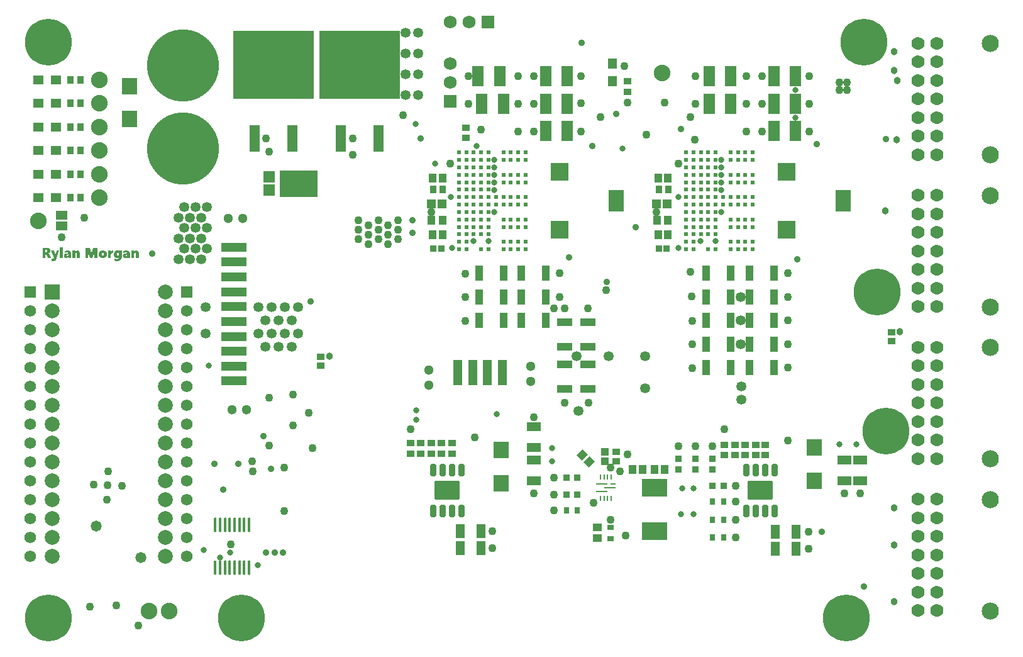
<source format=gbr>
%TF.GenerationSoftware,Altium Limited,Altium Designer,23.6.0 (18)*%
G04 Layer_Color=8388736*
%FSLAX45Y45*%
%MOMM*%
%TF.SameCoordinates,DACBD49B-6CD5-42DE-81B8-5418E1F3F2F4*%
%TF.FilePolarity,Negative*%
%TF.FileFunction,Soldermask,Top*%
%TF.Part,Single*%
G01*
G75*
%TA.AperFunction,SMDPad,CuDef*%
%ADD10R,2.40000X2.40000*%
%ADD11R,2.00000X2.90000*%
G04:AMPARAMS|DCode=13|XSize=1.95543mm|YSize=0.42077mm|CornerRadius=0.21038mm|HoleSize=0mm|Usage=FLASHONLY|Rotation=90.000|XOffset=0mm|YOffset=0mm|HoleType=Round|Shape=RoundedRectangle|*
%AMROUNDEDRECTD13*
21,1,1.95543,0.00000,0,0,90.0*
21,1,1.53467,0.42077,0,0,90.0*
1,1,0.42077,0.00000,0.76733*
1,1,0.42077,0.00000,-0.76733*
1,1,0.42077,0.00000,-0.76733*
1,1,0.42077,0.00000,0.76733*
%
%ADD13ROUNDEDRECTD13*%
%ADD14R,0.42077X1.95543*%
%ADD19R,0.91213X0.95814*%
%ADD22R,3.42900X2.41300*%
%ADD25R,0.25000X0.70000*%
%ADD26R,0.70000X0.25000*%
%ADD27R,1.50000X0.25000*%
%ADD28R,0.95814X0.91213*%
%ADD29R,0.80000X0.90000*%
%ADD31R,0.90000X0.80000*%
%ADD35R,1.25000X3.50000*%
%ADD37R,0.93108X0.81213*%
%ADD41R,1.50273X2.80415*%
%ADD42R,2.05000X1.10000*%
%ADD43R,1.10000X2.05000*%
%TA.AperFunction,BGAPad,CuDef*%
%ADD44R,0.55000X0.55000*%
%TA.AperFunction,SMDPad,CuDef*%
%ADD46R,3.50000X1.25000*%
%TA.AperFunction,ComponentPad*%
%ADD65C,1.30000*%
%TA.AperFunction,SMDPad,CuDef*%
%ADD122R,1.05320X0.95320*%
%ADD123R,1.10320X0.90320*%
%ADD124C,0.91440*%
G04:AMPARAMS|DCode=125|XSize=0.8032mm|YSize=1.6532mm|CornerRadius=0.1526mm|HoleSize=0mm|Usage=FLASHONLY|Rotation=0.000|XOffset=0mm|YOffset=0mm|HoleType=Round|Shape=RoundedRectangle|*
%AMROUNDEDRECTD125*
21,1,0.80320,1.34800,0,0,0.0*
21,1,0.49800,1.65320,0,0,0.0*
1,1,0.30520,0.24900,-0.67400*
1,1,0.30520,-0.24900,-0.67400*
1,1,0.30520,-0.24900,0.67400*
1,1,0.30520,0.24900,0.67400*
%
%ADD125ROUNDEDRECTD125*%
G04:AMPARAMS|DCode=126|XSize=2.6032mm|YSize=3.3032mm|CornerRadius=0.1496mm|HoleSize=0mm|Usage=FLASHONLY|Rotation=270.000|XOffset=0mm|YOffset=0mm|HoleType=Round|Shape=RoundedRectangle|*
%AMROUNDEDRECTD126*
21,1,2.60320,3.00400,0,0,270.0*
21,1,2.30400,3.30320,0,0,270.0*
1,1,0.29920,-1.50200,-1.15200*
1,1,0.29920,-1.50200,1.15200*
1,1,0.29920,1.50200,1.15200*
1,1,0.29920,1.50200,-1.15200*
%
%ADD126ROUNDEDRECTD126*%
%ADD127R,1.10320X1.20320*%
%ADD128R,1.00320X1.15320*%
%ADD129R,1.10320X1.00320*%
G04:AMPARAMS|DCode=130|XSize=1.1532mm|YSize=1.0032mm|CornerRadius=0mm|HoleSize=0mm|Usage=FLASHONLY|Rotation=45.000|XOffset=0mm|YOffset=0mm|HoleType=Round|Shape=Rectangle|*
%AMROTATEDRECTD130*
4,1,4,-0.05303,-0.76240,-0.76240,-0.05303,0.05303,0.76240,0.76240,0.05303,-0.05303,-0.76240,0.0*
%
%ADD130ROTATEDRECTD130*%

%ADD131R,1.25320X1.10320*%
%ADD132R,1.90320X1.15320*%
%ADD133R,2.00320X2.20320*%
%ADD134R,1.15320X1.90320*%
%ADD135R,1.30320X1.45320*%
%ADD136R,1.00320X1.20320*%
%ADD137R,1.15320X1.25320*%
%ADD138R,0.95320X1.05320*%
%ADD139R,1.45320X1.30320*%
%ADD140R,1.46020X3.63220*%
%ADD141R,10.87120X9.22020*%
%ADD142R,1.60320X1.30320*%
%TA.AperFunction,TestPad*%
%ADD143R,1.60320X1.59320*%
%TA.AperFunction,SMDPad,CuDef*%
%ADD144R,0.90320X1.10320*%
%ADD145R,1.60320X1.59320*%
%ADD146R,5.06320X3.56320*%
%ADD147R,2.00320X2.30320*%
%TA.AperFunction,ComponentPad*%
%ADD148C,1.75320*%
%ADD149R,1.75320X1.75320*%
%ADD150R,1.75320X1.75320*%
%ADD151C,2.00320*%
%ADD152R,2.00320X2.00320*%
%ADD153C,6.30320*%
%ADD154C,2.30320*%
%ADD155C,1.76320*%
%ADD156R,1.57320X1.57320*%
%ADD157C,1.57320*%
%ADD158C,9.70320*%
%ADD159C,2.23520*%
%TA.AperFunction,TestPad*%
%ADD160C,2.23520*%
%TA.AperFunction,ViaPad*%
%ADD161C,0.96520*%
%ADD162C,1.09220*%
%ADD163C,0.83820*%
%ADD164C,1.34620*%
%ADD165C,1.47320*%
G36*
X8048220Y10721326D02*
X8048924D01*
X8049745Y10721208D01*
X8051740Y10720856D01*
X8054087Y10720270D01*
X8056786Y10719331D01*
X8059602Y10718157D01*
X8062536Y10716515D01*
X8063944Y10715576D01*
X8065352Y10714402D01*
X8066878Y10713111D01*
X8068286Y10711821D01*
X8069577Y10710295D01*
X8070868Y10708652D01*
X8072159Y10706775D01*
X8073215Y10704780D01*
X8074271Y10702550D01*
X8075210Y10700203D01*
X8076148Y10697739D01*
X8076853Y10694922D01*
X8077322Y10691989D01*
X8077791Y10688820D01*
X8078026Y10685535D01*
X8078143Y10681897D01*
Y10623810D01*
X8038480D01*
Y10675677D01*
Y10675795D01*
Y10676029D01*
Y10676499D01*
Y10677086D01*
X8038362Y10677907D01*
Y10678728D01*
X8038128Y10680606D01*
X8037776Y10682718D01*
X8037306Y10684831D01*
X8036720Y10686825D01*
X8036250Y10687647D01*
X8035781Y10688468D01*
X8035663Y10688586D01*
X8035311Y10689055D01*
X8034607Y10689642D01*
X8033668Y10690463D01*
X8032495Y10691167D01*
X8031087Y10691754D01*
X8029327Y10692223D01*
X8027214Y10692341D01*
X8026980D01*
X8026393Y10692223D01*
X8025454Y10692106D01*
X8024281Y10691871D01*
X8022990Y10691285D01*
X8021699Y10690581D01*
X8020408Y10689642D01*
X8019235Y10688234D01*
X8019117Y10687999D01*
X8018765Y10687530D01*
X8018296Y10686591D01*
X8017826Y10685417D01*
X8017357Y10684009D01*
X8016888Y10682249D01*
X8016536Y10680254D01*
X8016418Y10678024D01*
Y10623810D01*
X7976755D01*
Y10719096D01*
X8016418D01*
Y10704193D01*
X8016770D01*
Y10704310D01*
X8017005Y10704545D01*
X8017240Y10705014D01*
X8017592Y10705484D01*
X8018061Y10706188D01*
X8018648Y10707009D01*
X8020173Y10708770D01*
X8021934Y10710882D01*
X8024046Y10712994D01*
X8026628Y10714989D01*
X8029444Y10716867D01*
X8029561D01*
X8029796Y10717101D01*
X8030265Y10717336D01*
X8030852Y10717571D01*
X8031556Y10717923D01*
X8032495Y10718275D01*
X8033434Y10718744D01*
X8034607Y10719214D01*
X8037189Y10720035D01*
X8040123Y10720739D01*
X8043408Y10721208D01*
X8046811Y10721443D01*
X8047633D01*
X8048220Y10721326D01*
D02*
G37*
G36*
X7254712D02*
X7255417D01*
X7256238Y10721208D01*
X7258233Y10720856D01*
X7260580Y10720270D01*
X7263279Y10719331D01*
X7266095Y10718157D01*
X7269029Y10716515D01*
X7270437Y10715576D01*
X7271845Y10714402D01*
X7273371Y10713111D01*
X7274779Y10711821D01*
X7276070Y10710295D01*
X7277361Y10708652D01*
X7278651Y10706775D01*
X7279708Y10704780D01*
X7280764Y10702550D01*
X7281702Y10700203D01*
X7282641Y10697739D01*
X7283345Y10694922D01*
X7283815Y10691989D01*
X7284284Y10688820D01*
X7284519Y10685535D01*
X7284636Y10681897D01*
Y10623810D01*
X7244973D01*
Y10675677D01*
Y10675795D01*
Y10676029D01*
Y10676499D01*
Y10677086D01*
X7244855Y10677907D01*
Y10678728D01*
X7244621Y10680606D01*
X7244268Y10682718D01*
X7243799Y10684831D01*
X7243212Y10686825D01*
X7242743Y10687647D01*
X7242274Y10688468D01*
X7242156Y10688586D01*
X7241804Y10689055D01*
X7241100Y10689642D01*
X7240161Y10690463D01*
X7238988Y10691167D01*
X7237580Y10691754D01*
X7235819Y10692223D01*
X7233707Y10692341D01*
X7233472D01*
X7232886Y10692223D01*
X7231947Y10692106D01*
X7230773Y10691871D01*
X7229483Y10691285D01*
X7228192Y10690581D01*
X7226901Y10689642D01*
X7225727Y10688234D01*
X7225610Y10687999D01*
X7225258Y10687530D01*
X7224789Y10686591D01*
X7224319Y10685417D01*
X7223850Y10684009D01*
X7223381Y10682249D01*
X7223028Y10680254D01*
X7222911Y10678024D01*
Y10623810D01*
X7183248D01*
Y10719096D01*
X7222911D01*
Y10704193D01*
X7223263D01*
Y10704310D01*
X7223498Y10704545D01*
X7223733Y10705014D01*
X7224085Y10705484D01*
X7224554Y10706188D01*
X7225141Y10707009D01*
X7226666Y10708770D01*
X7228426Y10710882D01*
X7230539Y10712994D01*
X7233120Y10714989D01*
X7235937Y10716867D01*
X7236054D01*
X7236289Y10717101D01*
X7236758Y10717336D01*
X7237345Y10717571D01*
X7238049Y10717923D01*
X7238988Y10718275D01*
X7239927Y10718744D01*
X7241100Y10719214D01*
X7243682Y10720035D01*
X7246615Y10720739D01*
X7249901Y10721208D01*
X7253304Y10721443D01*
X7254126D01*
X7254712Y10721326D01*
D02*
G37*
G36*
X7732319Y10720622D02*
X7734196Y10720270D01*
X7736074Y10719566D01*
Y10685183D01*
X7735957D01*
X7735605Y10685300D01*
X7735135Y10685535D01*
X7734431Y10685769D01*
X7733492Y10686004D01*
X7732436Y10686356D01*
X7731263Y10686591D01*
X7729854Y10686943D01*
X7729737D01*
X7729268Y10687060D01*
X7728564Y10687295D01*
X7727625Y10687412D01*
X7725630Y10687764D01*
X7724574Y10687882D01*
X7722814D01*
X7721875Y10687764D01*
X7720584Y10687530D01*
X7719058Y10687178D01*
X7717416Y10686708D01*
X7715655Y10686004D01*
X7713895Y10685065D01*
X7712018Y10683892D01*
X7710257Y10682366D01*
X7708615Y10680489D01*
X7707089Y10678259D01*
X7705798Y10675677D01*
X7704859Y10672626D01*
X7704507Y10670983D01*
X7704273Y10669106D01*
X7704155Y10667228D01*
X7704038Y10665116D01*
Y10623810D01*
X7664374D01*
Y10719096D01*
X7704038D01*
Y10702315D01*
X7704390D01*
Y10702433D01*
X7704507Y10702667D01*
X7704742Y10703137D01*
X7705094Y10703841D01*
X7705446Y10704545D01*
X7705915Y10705366D01*
X7707089Y10707361D01*
X7708497Y10709591D01*
X7710257Y10711821D01*
X7712370Y10714050D01*
X7714717Y10715928D01*
X7714834D01*
X7715069Y10716162D01*
X7715421Y10716397D01*
X7715890Y10716632D01*
X7716594Y10717101D01*
X7717298Y10717453D01*
X7718237Y10717923D01*
X7719176Y10718392D01*
X7721523Y10719214D01*
X7724104Y10720035D01*
X7727038Y10720504D01*
X7730324Y10720739D01*
X7731497D01*
X7732319Y10720622D01*
D02*
G37*
G36*
X7520975Y10623810D02*
X7481311D01*
Y10696917D01*
Y10697035D01*
Y10697387D01*
Y10697974D01*
Y10698678D01*
Y10699734D01*
Y10700790D01*
Y10702198D01*
X7481429Y10703606D01*
Y10705249D01*
Y10707009D01*
X7481546Y10708887D01*
Y10710882D01*
X7481663Y10715106D01*
X7481898Y10719566D01*
X7482133Y10725785D01*
X7481077D01*
Y10725668D01*
X7480959Y10725081D01*
X7480842Y10724259D01*
X7480607Y10723203D01*
X7480373Y10721913D01*
X7480021Y10720504D01*
X7479786Y10718861D01*
X7479434Y10717219D01*
X7478730Y10713581D01*
X7477908Y10709943D01*
X7477556Y10708300D01*
X7477204Y10706657D01*
X7476852Y10705249D01*
X7476500Y10703958D01*
X7456903Y10623810D01*
X7419117D01*
X7398581Y10703019D01*
Y10703137D01*
X7398464Y10703372D01*
X7398346Y10703841D01*
X7398229Y10704310D01*
X7398112Y10705014D01*
X7397994Y10705836D01*
X7397760Y10707009D01*
X7397525Y10708300D01*
X7397173Y10709826D01*
X7396821Y10711703D01*
X7396351Y10713816D01*
X7395999Y10716280D01*
X7395413Y10719096D01*
X7394826Y10722265D01*
X7394239Y10725785D01*
X7393066D01*
Y10725668D01*
Y10725433D01*
Y10724964D01*
X7393183Y10724377D01*
Y10723673D01*
Y10722851D01*
X7393300Y10721913D01*
Y10720739D01*
X7393418Y10718275D01*
X7393535Y10715458D01*
X7393652Y10712407D01*
X7393770Y10709122D01*
X7394005Y10702433D01*
X7394122Y10699147D01*
X7394239Y10695979D01*
X7394357Y10693162D01*
X7394474Y10690581D01*
Y10689407D01*
Y10688351D01*
Y10687412D01*
Y10686591D01*
Y10623810D01*
X7359152D01*
Y10757234D01*
X7419352D01*
X7437658Y10684713D01*
Y10684596D01*
X7437775Y10684244D01*
X7437893Y10683657D01*
X7438127Y10682718D01*
X7438362Y10681545D01*
X7438597Y10679902D01*
X7438949Y10677907D01*
X7439301Y10675560D01*
Y10675443D01*
Y10675208D01*
X7439418Y10674856D01*
X7439536Y10674387D01*
X7439653Y10673213D01*
X7439888Y10671688D01*
X7440122Y10670045D01*
X7440357Y10668284D01*
X7440592Y10666642D01*
X7440709Y10665116D01*
X7441296D01*
Y10665233D01*
Y10665468D01*
X7441413Y10665938D01*
X7441530Y10666642D01*
Y10667463D01*
X7441765Y10668402D01*
X7441882Y10669575D01*
X7442000Y10670749D01*
X7442235Y10672157D01*
X7442469Y10673682D01*
X7442704Y10675325D01*
X7443056Y10677086D01*
X7443643Y10680958D01*
X7444464Y10685065D01*
X7461597Y10757234D01*
X7520975D01*
Y10623810D01*
D02*
G37*
G36*
X6974837Y10621228D02*
Y10621111D01*
X6974720Y10620993D01*
X6974603Y10620641D01*
X6974485Y10620289D01*
X6974016Y10619116D01*
X6973429Y10617590D01*
X6972608Y10615713D01*
X6971669Y10613600D01*
X6970613Y10611253D01*
X6969439Y10608789D01*
X6968031Y10606090D01*
X6966506Y10603508D01*
X6964863Y10600809D01*
X6963103Y10598110D01*
X6961342Y10595529D01*
X6959348Y10593182D01*
X6957235Y10590952D01*
X6955123Y10588957D01*
X6955006Y10588840D01*
X6954536Y10588488D01*
X6953950Y10588018D01*
X6953011Y10587432D01*
X6951955Y10586728D01*
X6950546Y10585789D01*
X6949021Y10584967D01*
X6947261Y10584029D01*
X6945266Y10583090D01*
X6943036Y10582268D01*
X6940689Y10581447D01*
X6938225Y10580626D01*
X6935526Y10580039D01*
X6932710Y10579569D01*
X6929658Y10579217D01*
X6926607Y10579100D01*
X6925669D01*
X6924495Y10579217D01*
X6923087D01*
X6921209Y10579335D01*
X6919215Y10579569D01*
X6916985Y10579804D01*
X6914638Y10580156D01*
X6914403D01*
X6914051Y10580273D01*
X6913582Y10580391D01*
X6912291Y10580508D01*
X6910765Y10580860D01*
X6909005Y10581212D01*
X6907128Y10581799D01*
X6905133Y10582268D01*
X6903255Y10582972D01*
Y10612779D01*
X6903373Y10612662D01*
X6903725Y10612544D01*
X6904194Y10612192D01*
X6904898Y10611723D01*
X6905954Y10611253D01*
X6907128Y10610784D01*
X6908418Y10610197D01*
X6910061Y10609610D01*
X6910296Y10609493D01*
X6910883Y10609376D01*
X6911704Y10609141D01*
X6912878Y10608906D01*
X6914286Y10608554D01*
X6915694Y10608320D01*
X6917220Y10608202D01*
X6918745Y10608085D01*
X6919215D01*
X6919801Y10608202D01*
X6920505D01*
X6921444Y10608320D01*
X6922500Y10608554D01*
X6924730Y10609141D01*
X6926021Y10609610D01*
X6927194Y10610197D01*
X6928485Y10610901D01*
X6929658Y10611840D01*
X6930715Y10612779D01*
X6931771Y10613952D01*
X6932710Y10615361D01*
X6933414Y10616886D01*
X6936582Y10624162D01*
X6896801Y10719096D01*
X6940572D01*
X6952072Y10673096D01*
Y10672978D01*
X6952189Y10672509D01*
X6952424Y10671922D01*
X6952659Y10670983D01*
X6952893Y10670045D01*
X6953128Y10668871D01*
X6953832Y10666172D01*
X6954419Y10663239D01*
X6955006Y10660422D01*
X6955240Y10659131D01*
X6955475Y10657841D01*
X6955592Y10656784D01*
X6955710Y10655846D01*
X6956062D01*
Y10655963D01*
X6956179Y10656198D01*
Y10656667D01*
X6956296Y10657136D01*
X6956531Y10658545D01*
X6956883Y10660305D01*
Y10660540D01*
X6957001Y10660892D01*
X6957235Y10661596D01*
X6957470Y10662652D01*
X6957587Y10663239D01*
X6957822Y10664060D01*
X6957939Y10664999D01*
X6958291Y10666055D01*
X6958526Y10667228D01*
X6958878Y10668637D01*
X6959230Y10670162D01*
X6959700Y10671805D01*
X6960052Y10673682D01*
X6960638Y10675795D01*
X6961225Y10678024D01*
X6961812Y10680606D01*
X6962399Y10683305D01*
X6963220Y10686239D01*
X6963924Y10689407D01*
X6964746Y10692810D01*
X6965684Y10696448D01*
X6966740Y10700438D01*
X6967797Y10704662D01*
X6968853Y10709122D01*
X6970026Y10713933D01*
X6971317Y10719096D01*
X7009925D01*
X6974837Y10621228D01*
D02*
G37*
G36*
X7915030Y10721326D02*
X7916673D01*
X7918667Y10721091D01*
X7920897Y10720856D01*
X7923479Y10720622D01*
X7926178Y10720152D01*
X7928994Y10719566D01*
X7931928Y10718861D01*
X7934744Y10718040D01*
X7937678Y10716984D01*
X7940494Y10715810D01*
X7943076Y10714402D01*
X7945540Y10712877D01*
X7947770Y10710999D01*
X7947887Y10710882D01*
X7948239Y10710530D01*
X7948826Y10709943D01*
X7949530Y10709004D01*
X7950351Y10707831D01*
X7951290Y10706423D01*
X7952229Y10704780D01*
X7953285Y10702785D01*
X7954341Y10700555D01*
X7955280Y10697974D01*
X7956219Y10695157D01*
X7957040Y10691989D01*
X7957744Y10688586D01*
X7958331Y10684831D01*
X7958683Y10680723D01*
X7958800Y10676381D01*
Y10623810D01*
X7922657D01*
Y10638361D01*
X7922188D01*
X7922071Y10638126D01*
X7921718Y10637657D01*
X7921249Y10636835D01*
X7920428Y10635779D01*
X7919372Y10634488D01*
X7918198Y10632963D01*
X7916790Y10631437D01*
X7915030Y10629912D01*
X7913152Y10628386D01*
X7911040Y10626861D01*
X7908575Y10625335D01*
X7905994Y10624162D01*
X7903177Y10622988D01*
X7900126Y10622167D01*
X7896723Y10621697D01*
X7893203Y10621463D01*
X7891912D01*
X7890973Y10621580D01*
X7889800Y10621697D01*
X7888509Y10621932D01*
X7887101Y10622167D01*
X7885458Y10622519D01*
X7882172Y10623458D01*
X7880412Y10624044D01*
X7878652Y10624866D01*
X7876892Y10625805D01*
X7875131Y10626861D01*
X7873606Y10628034D01*
X7872080Y10629442D01*
X7871963Y10629560D01*
X7871728Y10629794D01*
X7871376Y10630264D01*
X7870907Y10630850D01*
X7870320Y10631672D01*
X7869733Y10632728D01*
X7869029Y10633784D01*
X7868325Y10635075D01*
X7867621Y10636601D01*
X7866917Y10638126D01*
X7866330Y10639886D01*
X7865743Y10641881D01*
X7865274Y10643876D01*
X7864922Y10645988D01*
X7864687Y10648335D01*
X7864570Y10650800D01*
Y10650917D01*
Y10651152D01*
Y10651504D01*
X7864687Y10651973D01*
Y10652677D01*
X7864805Y10653381D01*
X7865157Y10655259D01*
X7865626Y10657488D01*
X7866330Y10659953D01*
X7867504Y10662534D01*
X7868912Y10665351D01*
X7870672Y10668284D01*
X7871728Y10669693D01*
X7873019Y10671101D01*
X7874310Y10672392D01*
X7875718Y10673800D01*
X7877361Y10675091D01*
X7879121Y10676381D01*
X7880999Y10677555D01*
X7882994Y10678611D01*
X7885223Y10679667D01*
X7887570Y10680606D01*
X7890152Y10681427D01*
X7892851Y10682249D01*
X7895785Y10682836D01*
X7898953Y10683305D01*
X7922657Y10686473D01*
Y10686708D01*
X7922540Y10687295D01*
X7922423Y10688116D01*
X7922188Y10689172D01*
X7921601Y10690346D01*
X7920897Y10691637D01*
X7919841Y10692928D01*
X7918433Y10694101D01*
X7918198Y10694218D01*
X7917611Y10694570D01*
X7916673Y10695040D01*
X7915499Y10695627D01*
X7913856Y10696213D01*
X7911861Y10696683D01*
X7909632Y10697035D01*
X7907167Y10697152D01*
X7905524D01*
X7904351Y10697035D01*
X7902943Y10696917D01*
X7901183Y10696683D01*
X7899188Y10696331D01*
X7896958Y10695979D01*
X7894494Y10695509D01*
X7891912Y10694922D01*
X7889213Y10694218D01*
X7886279Y10693280D01*
X7883228Y10692223D01*
X7880060Y10691050D01*
X7876774Y10689642D01*
X7873488Y10687999D01*
Y10713698D01*
X7873606D01*
X7873840Y10713816D01*
X7874310Y10714050D01*
X7874897Y10714285D01*
X7875601Y10714520D01*
X7876539Y10714872D01*
X7877596Y10715224D01*
X7878769Y10715693D01*
X7880060Y10716045D01*
X7881585Y10716515D01*
X7883111Y10716984D01*
X7884871Y10717453D01*
X7888626Y10718392D01*
X7892734Y10719214D01*
X7892851D01*
X7893203Y10719331D01*
X7893907Y10719448D01*
X7894728Y10719566D01*
X7895667Y10719683D01*
X7896841Y10719918D01*
X7898132Y10720152D01*
X7899540Y10720387D01*
X7902708Y10720739D01*
X7906111Y10721091D01*
X7909397Y10721326D01*
X7912683Y10721443D01*
X7913739D01*
X7915030Y10721326D01*
D02*
G37*
G36*
X7121522D02*
X7123165D01*
X7125160Y10721091D01*
X7127390Y10720856D01*
X7129972Y10720622D01*
X7132671Y10720152D01*
X7135487Y10719566D01*
X7138421Y10718861D01*
X7141237Y10718040D01*
X7144171Y10716984D01*
X7146987Y10715810D01*
X7149569Y10714402D01*
X7152033Y10712877D01*
X7154263Y10710999D01*
X7154380Y10710882D01*
X7154732Y10710530D01*
X7155319Y10709943D01*
X7156023Y10709004D01*
X7156844Y10707831D01*
X7157783Y10706423D01*
X7158722Y10704780D01*
X7159778Y10702785D01*
X7160834Y10700555D01*
X7161773Y10697974D01*
X7162712Y10695157D01*
X7163533Y10691989D01*
X7164237Y10688586D01*
X7164824Y10684831D01*
X7165176Y10680723D01*
X7165293Y10676381D01*
Y10623810D01*
X7129150D01*
Y10638361D01*
X7128681D01*
X7128563Y10638126D01*
X7128211Y10637657D01*
X7127742Y10636835D01*
X7126920Y10635779D01*
X7125864Y10634488D01*
X7124691Y10632963D01*
X7123283Y10631437D01*
X7121522Y10629912D01*
X7119645Y10628386D01*
X7117533Y10626861D01*
X7115068Y10625335D01*
X7112487Y10624162D01*
X7109670Y10622988D01*
X7106619Y10622167D01*
X7103216Y10621697D01*
X7099696Y10621463D01*
X7098405D01*
X7097466Y10621580D01*
X7096293Y10621697D01*
X7095002Y10621932D01*
X7093594Y10622167D01*
X7091951Y10622519D01*
X7088665Y10623458D01*
X7086905Y10624044D01*
X7085145Y10624866D01*
X7083384Y10625805D01*
X7081624Y10626861D01*
X7080099Y10628034D01*
X7078573Y10629442D01*
X7078456Y10629560D01*
X7078221Y10629794D01*
X7077869Y10630264D01*
X7077400Y10630850D01*
X7076813Y10631672D01*
X7076226Y10632728D01*
X7075522Y10633784D01*
X7074818Y10635075D01*
X7074114Y10636601D01*
X7073410Y10638126D01*
X7072823Y10639886D01*
X7072236Y10641881D01*
X7071767Y10643876D01*
X7071415Y10645988D01*
X7071180Y10648335D01*
X7071063Y10650800D01*
Y10650917D01*
Y10651152D01*
Y10651504D01*
X7071180Y10651973D01*
Y10652677D01*
X7071298Y10653381D01*
X7071650Y10655259D01*
X7072119Y10657488D01*
X7072823Y10659953D01*
X7073997Y10662534D01*
X7075405Y10665351D01*
X7077165Y10668284D01*
X7078221Y10669693D01*
X7079512Y10671101D01*
X7080803Y10672392D01*
X7082211Y10673800D01*
X7083854Y10675091D01*
X7085614Y10676381D01*
X7087492Y10677555D01*
X7089486Y10678611D01*
X7091716Y10679667D01*
X7094063Y10680606D01*
X7096645Y10681427D01*
X7099344Y10682249D01*
X7102277Y10682836D01*
X7105446Y10683305D01*
X7129150Y10686473D01*
Y10686708D01*
X7129033Y10687295D01*
X7128915Y10688116D01*
X7128681Y10689172D01*
X7128094Y10690346D01*
X7127390Y10691637D01*
X7126334Y10692928D01*
X7124926Y10694101D01*
X7124691Y10694218D01*
X7124104Y10694570D01*
X7123165Y10695040D01*
X7121992Y10695627D01*
X7120349Y10696213D01*
X7118354Y10696683D01*
X7116124Y10697035D01*
X7113660Y10697152D01*
X7112017D01*
X7110844Y10697035D01*
X7109436Y10696917D01*
X7107675Y10696683D01*
X7105680Y10696331D01*
X7103451Y10695979D01*
X7100987Y10695509D01*
X7098405Y10694922D01*
X7095706Y10694218D01*
X7092772Y10693280D01*
X7089721Y10692223D01*
X7086553Y10691050D01*
X7083267Y10689642D01*
X7079981Y10687999D01*
Y10713698D01*
X7080099D01*
X7080333Y10713816D01*
X7080803Y10714050D01*
X7081389Y10714285D01*
X7082094Y10714520D01*
X7083032Y10714872D01*
X7084088Y10715224D01*
X7085262Y10715693D01*
X7086553Y10716045D01*
X7088078Y10716515D01*
X7089604Y10716984D01*
X7091364Y10717453D01*
X7095119Y10718392D01*
X7099226Y10719214D01*
X7099344D01*
X7099696Y10719331D01*
X7100400Y10719448D01*
X7101221Y10719566D01*
X7102160Y10719683D01*
X7103334Y10719918D01*
X7104624Y10720152D01*
X7106033Y10720387D01*
X7109201Y10720739D01*
X7112604Y10721091D01*
X7115890Y10721326D01*
X7119175Y10721443D01*
X7120232D01*
X7121522Y10721326D01*
D02*
G37*
G36*
X7057333Y10623810D02*
X7017669D01*
Y10764862D01*
X7057333D01*
Y10623810D01*
D02*
G37*
G36*
X6838714Y10757117D02*
X6839653D01*
X6842000Y10757000D01*
X6844699Y10756765D01*
X6847632Y10756413D01*
X6850801Y10756061D01*
X6854086Y10755591D01*
X6857489Y10755005D01*
X6861010Y10754183D01*
X6864413Y10753362D01*
X6867699Y10752306D01*
X6870867Y10751015D01*
X6873801Y10749607D01*
X6876500Y10747964D01*
X6876617Y10747846D01*
X6877087Y10747494D01*
X6877791Y10747025D01*
X6878612Y10746204D01*
X6879551Y10745265D01*
X6880724Y10744091D01*
X6881898Y10742683D01*
X6883189Y10741158D01*
X6884479Y10739280D01*
X6885653Y10737285D01*
X6886826Y10734938D01*
X6887765Y10732474D01*
X6888704Y10729892D01*
X6889291Y10726958D01*
X6889760Y10723790D01*
X6889878Y10720504D01*
Y10720387D01*
Y10719918D01*
Y10719214D01*
X6889760Y10718275D01*
X6889643Y10716984D01*
X6889408Y10715693D01*
X6889173Y10714168D01*
X6888939Y10712525D01*
X6888000Y10708887D01*
X6887296Y10706892D01*
X6886592Y10705014D01*
X6885653Y10703019D01*
X6884597Y10701025D01*
X6883423Y10699147D01*
X6882015Y10697387D01*
X6881898Y10697269D01*
X6881663Y10697035D01*
X6881194Y10696565D01*
X6880607Y10695861D01*
X6879786Y10695157D01*
X6878729Y10694218D01*
X6877556Y10693280D01*
X6876265Y10692223D01*
X6874740Y10691167D01*
X6872979Y10689994D01*
X6871102Y10688938D01*
X6869107Y10687882D01*
X6866760Y10686825D01*
X6864413Y10685769D01*
X6861831Y10684831D01*
X6859015Y10684009D01*
Y10683540D01*
X6859132D01*
X6859367Y10683422D01*
X6859836Y10683305D01*
X6860423Y10683070D01*
X6861127Y10682718D01*
X6861949Y10682366D01*
X6863944Y10681545D01*
X6866173Y10680371D01*
X6868520Y10678846D01*
X6870867Y10677086D01*
X6873097Y10675091D01*
X6873214Y10674973D01*
X6873331Y10674856D01*
X6873683Y10674504D01*
X6874036Y10674035D01*
X6874505Y10673330D01*
X6875092Y10672626D01*
X6875796Y10671688D01*
X6876500Y10670749D01*
X6877204Y10669575D01*
X6878025Y10668284D01*
X6878847Y10666876D01*
X6879786Y10665351D01*
X6880607Y10663591D01*
X6881428Y10661830D01*
X6882367Y10659835D01*
X6883189Y10657723D01*
X6896332Y10623810D01*
X6851035D01*
X6841061Y10652560D01*
Y10652677D01*
X6840943Y10652912D01*
X6840709Y10653381D01*
X6840591Y10653968D01*
X6840239Y10654672D01*
X6839887Y10655494D01*
X6839066Y10657371D01*
X6837892Y10659483D01*
X6836602Y10661713D01*
X6835193Y10663825D01*
X6833550Y10665820D01*
X6833316Y10666055D01*
X6832729Y10666642D01*
X6831790Y10667346D01*
X6830617Y10668284D01*
X6829091Y10669223D01*
X6827448Y10669927D01*
X6825571Y10670514D01*
X6823576Y10670749D01*
X6822050D01*
Y10623810D01*
X6781800D01*
Y10757234D01*
X6837775D01*
X6838714Y10757117D01*
D02*
G37*
G36*
X7597369Y10721326D02*
X7598894Y10721208D01*
X7600537Y10721091D01*
X7602415Y10720974D01*
X7604527Y10720622D01*
X7606756Y10720270D01*
X7609103Y10719918D01*
X7614032Y10718744D01*
X7616614Y10718040D01*
X7619078Y10717219D01*
X7621542Y10716280D01*
X7623889Y10715106D01*
X7624007Y10714989D01*
X7624476Y10714872D01*
X7625063Y10714520D01*
X7625884Y10713933D01*
X7626940Y10713346D01*
X7628231Y10712525D01*
X7629522Y10711703D01*
X7630930Y10710647D01*
X7632456Y10709474D01*
X7633981Y10708183D01*
X7635624Y10706657D01*
X7637267Y10705132D01*
X7638792Y10703489D01*
X7640318Y10701729D01*
X7641726Y10699734D01*
X7643017Y10697739D01*
X7643134Y10697621D01*
X7643252Y10697269D01*
X7643604Y10696683D01*
X7644073Y10695861D01*
X7644542Y10694805D01*
X7645129Y10693514D01*
X7645716Y10692106D01*
X7646420Y10690581D01*
X7647007Y10688820D01*
X7647594Y10686825D01*
X7648180Y10684831D01*
X7648650Y10682718D01*
X7649119Y10680371D01*
X7649471Y10678024D01*
X7649588Y10675677D01*
X7649706Y10673096D01*
Y10672978D01*
Y10672861D01*
Y10672509D01*
Y10672040D01*
X7649588Y10670749D01*
X7649471Y10669106D01*
X7649236Y10667111D01*
X7648884Y10664764D01*
X7648532Y10662065D01*
X7647828Y10659249D01*
X7647124Y10656315D01*
X7646185Y10653264D01*
X7644895Y10650096D01*
X7643486Y10646927D01*
X7641843Y10643759D01*
X7639849Y10640825D01*
X7637619Y10637891D01*
X7635037Y10635192D01*
X7634920Y10635075D01*
X7634333Y10634606D01*
X7633512Y10633902D01*
X7632338Y10633080D01*
X7630813Y10632024D01*
X7629053Y10630850D01*
X7626940Y10629560D01*
X7624476Y10628386D01*
X7621777Y10627095D01*
X7618726Y10625805D01*
X7615323Y10624631D01*
X7611685Y10623575D01*
X7607813Y10622753D01*
X7603588Y10622049D01*
X7599129Y10621580D01*
X7594318Y10621463D01*
X7592557D01*
X7591853Y10621580D01*
X7589976Y10621697D01*
X7587863Y10621932D01*
X7585282Y10622167D01*
X7582465Y10622636D01*
X7579532Y10623105D01*
X7576246Y10623810D01*
X7572960Y10624748D01*
X7569674Y10625805D01*
X7566271Y10627095D01*
X7562986Y10628621D01*
X7559700Y10630381D01*
X7556649Y10632493D01*
X7553832Y10634840D01*
X7553715Y10634958D01*
X7553246Y10635427D01*
X7552542Y10636248D01*
X7551603Y10637305D01*
X7550547Y10638713D01*
X7549256Y10640356D01*
X7547965Y10642351D01*
X7546674Y10644580D01*
X7545266Y10647044D01*
X7543975Y10649861D01*
X7542802Y10652912D01*
X7541628Y10656198D01*
X7540690Y10659718D01*
X7539985Y10663591D01*
X7539516Y10667580D01*
X7539399Y10671922D01*
Y10672157D01*
Y10672626D01*
Y10673448D01*
X7539516Y10674504D01*
X7539633Y10675795D01*
X7539751Y10677320D01*
X7539985Y10679080D01*
X7540220Y10680958D01*
X7540572Y10682953D01*
X7541042Y10685065D01*
X7541628Y10687295D01*
X7542215Y10689524D01*
X7543036Y10691754D01*
X7543858Y10693984D01*
X7544914Y10696213D01*
X7546088Y10698326D01*
X7546205Y10698443D01*
X7546440Y10698795D01*
X7546792Y10699382D01*
X7547378Y10700203D01*
X7548082Y10701142D01*
X7548904Y10702198D01*
X7549960Y10703372D01*
X7551016Y10704662D01*
X7552307Y10705953D01*
X7553832Y10707361D01*
X7555358Y10708887D01*
X7557118Y10710295D01*
X7558996Y10711703D01*
X7560991Y10712994D01*
X7563220Y10714285D01*
X7565450Y10715458D01*
X7565567Y10715576D01*
X7566037Y10715693D01*
X7566741Y10716045D01*
X7567680Y10716397D01*
X7568853Y10716867D01*
X7570379Y10717336D01*
X7572021Y10717923D01*
X7573899Y10718509D01*
X7575894Y10718979D01*
X7578124Y10719566D01*
X7580470Y10720035D01*
X7583052Y10720504D01*
X7585751Y10720856D01*
X7588568Y10721208D01*
X7591501Y10721326D01*
X7594552Y10721443D01*
X7596195D01*
X7597369Y10721326D01*
D02*
G37*
G36*
X7787824D02*
X7788998Y10721208D01*
X7790406Y10721091D01*
X7791932Y10720856D01*
X7793692Y10720387D01*
X7795569Y10719918D01*
X7797447Y10719331D01*
X7799559Y10718509D01*
X7801554Y10717453D01*
X7803549Y10716280D01*
X7805544Y10714872D01*
X7807422Y10713229D01*
X7809182Y10711351D01*
X7810825Y10709239D01*
X7811294D01*
Y10719096D01*
X7850723D01*
Y10637070D01*
Y10636953D01*
Y10636718D01*
Y10636366D01*
Y10635896D01*
X7850606Y10635192D01*
Y10634488D01*
X7850488Y10632611D01*
X7850254Y10630264D01*
X7849784Y10627565D01*
X7849315Y10624631D01*
X7848611Y10621463D01*
X7847672Y10618177D01*
X7846498Y10614656D01*
X7845090Y10611136D01*
X7843447Y10607616D01*
X7841452Y10604095D01*
X7839105Y10600692D01*
X7836406Y10597524D01*
X7833355Y10594473D01*
X7833121Y10594355D01*
X7832534Y10593768D01*
X7831595Y10593064D01*
X7830187Y10592126D01*
X7828309Y10590952D01*
X7826197Y10589661D01*
X7823616Y10588253D01*
X7820564Y10586845D01*
X7817279Y10585319D01*
X7813524Y10583911D01*
X7809299Y10582620D01*
X7804840Y10581564D01*
X7799911Y10580508D01*
X7794631Y10579804D01*
X7788998Y10579335D01*
X7783013Y10579100D01*
X7780666D01*
X7779727Y10579217D01*
X7778671D01*
X7777498Y10579335D01*
X7774916Y10579452D01*
X7771982Y10579687D01*
X7768814Y10580039D01*
X7765646Y10580508D01*
X7765528D01*
X7765294Y10580626D01*
X7764824D01*
X7764237Y10580743D01*
X7763651Y10580860D01*
X7762829Y10581095D01*
X7761069Y10581447D01*
X7759074Y10581916D01*
X7757079Y10582386D01*
X7755319Y10583090D01*
X7753793Y10583677D01*
Y10614774D01*
X7753911D01*
X7754028Y10614656D01*
X7754380Y10614422D01*
X7754850Y10614187D01*
X7756023Y10613483D01*
X7757783Y10612662D01*
X7759778Y10611723D01*
X7762125Y10610784D01*
X7764707Y10609845D01*
X7767641Y10608906D01*
X7767758D01*
X7767993Y10608789D01*
X7768462Y10608672D01*
X7769049Y10608554D01*
X7769753Y10608320D01*
X7770574Y10608202D01*
X7772452Y10607733D01*
X7774681Y10607264D01*
X7777146Y10606911D01*
X7779610Y10606677D01*
X7781957Y10606559D01*
X7783248D01*
X7784187Y10606677D01*
X7785243Y10606794D01*
X7786534Y10606911D01*
X7788059Y10607146D01*
X7789585Y10607381D01*
X7792988Y10608085D01*
X7796508Y10609258D01*
X7798268Y10610080D01*
X7800029Y10610901D01*
X7801671Y10611840D01*
X7803197Y10613014D01*
X7803314Y10613131D01*
X7803549Y10613366D01*
X7803901Y10613718D01*
X7804488Y10614187D01*
X7805075Y10614891D01*
X7805779Y10615595D01*
X7806483Y10616534D01*
X7807304Y10617590D01*
X7808008Y10618764D01*
X7808712Y10619937D01*
X7810003Y10622871D01*
X7810590Y10624514D01*
X7810942Y10626157D01*
X7811177Y10628034D01*
X7811294Y10629912D01*
Y10635779D01*
X7810825D01*
Y10635662D01*
X7810590Y10635544D01*
X7810355Y10635192D01*
X7810003Y10634723D01*
X7809064Y10633549D01*
X7807774Y10632024D01*
X7806131Y10630381D01*
X7804136Y10628621D01*
X7801789Y10626861D01*
X7799090Y10625335D01*
X7798972D01*
X7798738Y10625218D01*
X7798386Y10624983D01*
X7797799Y10624748D01*
X7797095Y10624396D01*
X7796273Y10624162D01*
X7795335Y10623810D01*
X7794279Y10623458D01*
X7791814Y10622636D01*
X7789115Y10622049D01*
X7786182Y10621580D01*
X7783013Y10621463D01*
X7782192D01*
X7781253Y10621580D01*
X7779962Y10621697D01*
X7778437Y10621815D01*
X7776676Y10622167D01*
X7774681Y10622519D01*
X7772452Y10623105D01*
X7770222Y10623692D01*
X7767758Y10624631D01*
X7765411Y10625570D01*
X7762947Y10626861D01*
X7760600Y10628269D01*
X7758253Y10630029D01*
X7756023Y10632024D01*
X7753911Y10634254D01*
X7753793Y10634371D01*
X7753441Y10634840D01*
X7752972Y10635544D01*
X7752268Y10636601D01*
X7751447Y10637891D01*
X7750508Y10639534D01*
X7749569Y10641294D01*
X7748630Y10643524D01*
X7747574Y10645871D01*
X7746635Y10648453D01*
X7745696Y10651386D01*
X7744875Y10654555D01*
X7744171Y10657958D01*
X7743702Y10661596D01*
X7743350Y10665468D01*
X7743232Y10669575D01*
Y10669810D01*
Y10670279D01*
Y10671101D01*
X7743350Y10672157D01*
Y10673448D01*
X7743584Y10675091D01*
X7743702Y10676851D01*
X7743936Y10678728D01*
X7744171Y10680841D01*
X7744640Y10682953D01*
X7745579Y10687530D01*
X7746987Y10692223D01*
X7747809Y10694570D01*
X7748748Y10696800D01*
X7748865Y10696917D01*
X7748982Y10697269D01*
X7749334Y10697974D01*
X7749804Y10698795D01*
X7750390Y10699734D01*
X7751094Y10700907D01*
X7751916Y10702198D01*
X7752855Y10703489D01*
X7755084Y10706423D01*
X7757666Y10709474D01*
X7760834Y10712407D01*
X7762595Y10713698D01*
X7764355Y10714989D01*
X7764472Y10715106D01*
X7764824Y10715224D01*
X7765411Y10715576D01*
X7766115Y10716045D01*
X7767054Y10716515D01*
X7768110Y10716984D01*
X7769401Y10717571D01*
X7770809Y10718275D01*
X7772452Y10718861D01*
X7774095Y10719448D01*
X7777850Y10720387D01*
X7781957Y10721208D01*
X7784069Y10721326D01*
X7786299Y10721443D01*
X7787003D01*
X7787824Y10721326D01*
D02*
G37*
%LPC*%
G36*
X7922657Y10667346D02*
X7909280Y10665468D01*
X7909162D01*
X7908810Y10665351D01*
X7908341Y10665233D01*
X7907754Y10665116D01*
X7906111Y10664529D01*
X7904351Y10663708D01*
X7902473Y10662417D01*
X7900831Y10660774D01*
X7900244Y10659835D01*
X7899774Y10658662D01*
X7899422Y10657488D01*
X7899305Y10656080D01*
Y10655963D01*
Y10655494D01*
X7899422Y10654672D01*
X7899657Y10653851D01*
X7899892Y10652795D01*
X7900244Y10651738D01*
X7900831Y10650682D01*
X7901652Y10649743D01*
X7901769Y10649626D01*
X7902121Y10649391D01*
X7902708Y10648922D01*
X7903412Y10648570D01*
X7904468Y10648101D01*
X7905642Y10647631D01*
X7907050Y10647397D01*
X7908693Y10647279D01*
X7909280D01*
X7909749Y10647397D01*
X7910922Y10647514D01*
X7912331Y10647866D01*
X7913856Y10648453D01*
X7915616Y10649157D01*
X7917259Y10650330D01*
X7918785Y10651856D01*
X7918902Y10652090D01*
X7919372Y10652677D01*
X7919958Y10653733D01*
X7920780Y10655024D01*
X7921484Y10656784D01*
X7922071Y10658779D01*
X7922540Y10661126D01*
X7922657Y10663708D01*
Y10667346D01*
D02*
G37*
G36*
X7129150D02*
X7115772Y10665468D01*
X7115655D01*
X7115303Y10665351D01*
X7114834Y10665233D01*
X7114247Y10665116D01*
X7112604Y10664529D01*
X7110844Y10663708D01*
X7108966Y10662417D01*
X7107323Y10660774D01*
X7106737Y10659835D01*
X7106267Y10658662D01*
X7105915Y10657488D01*
X7105798Y10656080D01*
Y10655963D01*
Y10655494D01*
X7105915Y10654672D01*
X7106150Y10653851D01*
X7106385Y10652795D01*
X7106737Y10651738D01*
X7107323Y10650682D01*
X7108145Y10649743D01*
X7108262Y10649626D01*
X7108614Y10649391D01*
X7109201Y10648922D01*
X7109905Y10648570D01*
X7110961Y10648101D01*
X7112135Y10647631D01*
X7113543Y10647397D01*
X7115186Y10647279D01*
X7115772D01*
X7116242Y10647397D01*
X7117415Y10647514D01*
X7118823Y10647866D01*
X7120349Y10648453D01*
X7122109Y10649157D01*
X7123752Y10650330D01*
X7125278Y10651856D01*
X7125395Y10652090D01*
X7125864Y10652677D01*
X7126451Y10653733D01*
X7127273Y10655024D01*
X7127977Y10656784D01*
X7128563Y10658779D01*
X7129033Y10661126D01*
X7129150Y10663708D01*
Y10667346D01*
D02*
G37*
G36*
X6830265Y10729423D02*
X6822050D01*
Y10698912D01*
X6830030D01*
X6830499Y10699030D01*
X6831204D01*
X6832025Y10699147D01*
X6833903Y10699499D01*
X6835897Y10699968D01*
X6838127Y10700790D01*
X6840239Y10701846D01*
X6842234Y10703372D01*
X6842469Y10703606D01*
X6843056Y10704193D01*
X6843760Y10705132D01*
X6844699Y10706540D01*
X6845637Y10708183D01*
X6846341Y10710178D01*
X6846928Y10712407D01*
X6847163Y10714872D01*
Y10714989D01*
Y10715224D01*
Y10715576D01*
X6847045Y10715928D01*
X6846928Y10717219D01*
X6846693Y10718744D01*
X6846107Y10720387D01*
X6845403Y10722147D01*
X6844464Y10723907D01*
X6843056Y10725433D01*
X6842821Y10725550D01*
X6842234Y10726020D01*
X6841295Y10726724D01*
X6839887Y10727428D01*
X6838127Y10728132D01*
X6835897Y10728836D01*
X6833316Y10729305D01*
X6830265Y10729423D01*
D02*
G37*
G36*
X7594552Y10692458D02*
X7593966D01*
X7593144Y10692341D01*
X7592205Y10692106D01*
X7591149Y10691871D01*
X7589858Y10691402D01*
X7588450Y10690698D01*
X7587159Y10689877D01*
X7585751Y10688820D01*
X7584343Y10687412D01*
X7583052Y10685769D01*
X7581996Y10683774D01*
X7581057Y10681427D01*
X7580236Y10678728D01*
X7579766Y10675560D01*
X7579649Y10673800D01*
Y10671922D01*
Y10671688D01*
Y10670983D01*
X7579766Y10669927D01*
X7579884Y10668519D01*
X7580118Y10666994D01*
X7580470Y10665116D01*
X7580940Y10663239D01*
X7581527Y10661244D01*
X7582348Y10659131D01*
X7583287Y10657254D01*
X7584578Y10655376D01*
X7585986Y10653851D01*
X7587746Y10652442D01*
X7589741Y10651386D01*
X7592088Y10650682D01*
X7593261Y10650565D01*
X7594670Y10650448D01*
X7595256D01*
X7596078Y10650565D01*
X7597017Y10650800D01*
X7598073Y10651152D01*
X7599364Y10651621D01*
X7600654Y10652325D01*
X7602063Y10653264D01*
X7603471Y10654437D01*
X7604762Y10655963D01*
X7606052Y10657723D01*
X7607108Y10659953D01*
X7608047Y10662417D01*
X7608869Y10665468D01*
X7609103Y10667111D01*
X7609338Y10668871D01*
X7609455Y10670866D01*
Y10672861D01*
Y10673096D01*
Y10673682D01*
X7609338Y10674621D01*
X7609221Y10675912D01*
X7608986Y10677438D01*
X7608634Y10679080D01*
X7608165Y10680841D01*
X7607578Y10682718D01*
X7606756Y10684479D01*
X7605818Y10686239D01*
X7604644Y10687882D01*
X7603119Y10689407D01*
X7601476Y10690698D01*
X7599481Y10691637D01*
X7597134Y10692223D01*
X7594552Y10692458D01*
D02*
G37*
G36*
X7799325Y10692341D02*
X7797564D01*
X7797095Y10692223D01*
X7795804Y10691989D01*
X7794279Y10691637D01*
X7792636Y10690933D01*
X7790875Y10689877D01*
X7789937Y10689172D01*
X7789115Y10688351D01*
X7788294Y10687412D01*
X7787472Y10686356D01*
Y10686239D01*
X7787355Y10686121D01*
X7787120Y10685769D01*
X7786886Y10685300D01*
X7786534Y10684713D01*
X7786182Y10683892D01*
X7785829Y10683070D01*
X7785477Y10682132D01*
X7784773Y10679785D01*
X7784069Y10677086D01*
X7783600Y10673917D01*
X7783483Y10670397D01*
Y10670279D01*
Y10670045D01*
Y10669575D01*
Y10668871D01*
X7783600Y10668167D01*
X7783717Y10667228D01*
X7783952Y10665116D01*
X7784304Y10662769D01*
X7784891Y10660422D01*
X7785712Y10658075D01*
X7786768Y10655846D01*
X7786886Y10655611D01*
X7787472Y10655024D01*
X7788176Y10654085D01*
X7789350Y10653147D01*
X7790875Y10652208D01*
X7792636Y10651269D01*
X7794865Y10650682D01*
X7796039Y10650565D01*
X7797330Y10650448D01*
X7798034D01*
X7798503Y10650565D01*
X7799677Y10650800D01*
X7801202Y10651152D01*
X7802962Y10651856D01*
X7804723Y10652795D01*
X7806483Y10654203D01*
X7807304Y10655024D01*
X7808008Y10655963D01*
Y10656080D01*
X7808126Y10656198D01*
X7808360Y10656550D01*
X7808595Y10657019D01*
X7808947Y10657488D01*
X7809182Y10658193D01*
X7810003Y10659835D01*
X7810707Y10661948D01*
X7811294Y10664529D01*
X7811763Y10667463D01*
X7811881Y10670749D01*
Y10674035D01*
Y10674152D01*
Y10674387D01*
Y10674856D01*
Y10675443D01*
X7811763Y10676147D01*
X7811646Y10676968D01*
X7811411Y10678846D01*
X7810942Y10680958D01*
X7810355Y10683188D01*
X7809416Y10685300D01*
X7808126Y10687295D01*
Y10687412D01*
X7808008Y10687530D01*
X7807422Y10688116D01*
X7806600Y10688938D01*
X7805427Y10689877D01*
X7804018Y10690698D01*
X7802376Y10691519D01*
X7800381Y10692106D01*
X7799325Y10692341D01*
D02*
G37*
%LPD*%
D10*
X16804700Y10998700D02*
D03*
Y11778700D02*
D03*
X13743500Y10998700D02*
D03*
Y11778700D02*
D03*
D11*
X17564700Y11388700D02*
D03*
X14503500D02*
D03*
D13*
X9107000Y7031238D02*
D03*
X9172000D02*
D03*
X9237000D02*
D03*
X9302000D02*
D03*
X9367000D02*
D03*
X9432000D02*
D03*
X9497000D02*
D03*
X9562000D02*
D03*
Y6456162D02*
D03*
X9497000D02*
D03*
X9432000D02*
D03*
X9367000D02*
D03*
X9302000D02*
D03*
X9237000D02*
D03*
X9172000D02*
D03*
D14*
X9107000D02*
D03*
D19*
X15806133Y7921299D02*
D03*
Y7775901D02*
D03*
X15577531Y7921299D02*
D03*
Y7775901D02*
D03*
X15348932Y7921299D02*
D03*
Y7775901D02*
D03*
D22*
X15024100Y6946900D02*
D03*
Y7531100D02*
D03*
D25*
X14292900Y7675300D02*
D03*
X14342900D02*
D03*
X14392900D02*
D03*
X14442900D02*
D03*
Y7385300D02*
D03*
X14392900D02*
D03*
X14342900D02*
D03*
X14292900D02*
D03*
D26*
X14462900Y7580300D02*
D03*
D27*
X14422900Y7530300D02*
D03*
X14312900Y7480300D02*
D03*
Y7580300D02*
D03*
D28*
X13837302Y7667976D02*
D03*
X13982700D02*
D03*
X13837302Y7439376D02*
D03*
X13982700D02*
D03*
X15951530Y7556500D02*
D03*
X15806131D02*
D03*
D29*
X13835001Y7223476D02*
D03*
X13985001D02*
D03*
X15953830Y6858000D02*
D03*
X15803830D02*
D03*
X15953830Y7099300D02*
D03*
X15803830D02*
D03*
X15953830Y7340600D02*
D03*
X15803830D02*
D03*
D31*
X14427200Y6996500D02*
D03*
Y6846500D02*
D03*
D35*
X12973000Y9083900D02*
D03*
X12773000D02*
D03*
X12573000D02*
D03*
X12373000D02*
D03*
D37*
X12042501Y10749975D02*
D03*
X12150606D02*
D03*
X15079675D02*
D03*
X15187781D02*
D03*
D41*
X16632326Y12327488D02*
D03*
X16922365D02*
D03*
X16632326Y12696966D02*
D03*
X16922365D02*
D03*
X16632326Y13066444D02*
D03*
X16922365D02*
D03*
X16046899Y13066444D02*
D03*
X15756860D02*
D03*
X16046899Y12696966D02*
D03*
X15756860D02*
D03*
X13558450Y12328159D02*
D03*
X13848489D02*
D03*
X13558450Y13067030D02*
D03*
X13848489D02*
D03*
X13558450Y12697595D02*
D03*
X13848489D02*
D03*
X12938100Y13067030D02*
D03*
X12648060D02*
D03*
X12988899Y12697595D02*
D03*
X12698860D02*
D03*
D42*
X14129520Y9428611D02*
D03*
Y9758611D02*
D03*
X13812019Y9428611D02*
D03*
Y9758611D02*
D03*
X14129520Y9189060D02*
D03*
Y8859060D02*
D03*
X13812019Y9189060D02*
D03*
Y8859060D02*
D03*
D43*
X13228452Y9779500D02*
D03*
X13558450D02*
D03*
X13228452Y10097000D02*
D03*
X13558450D02*
D03*
X13228452Y10414500D02*
D03*
X13558450D02*
D03*
X16302325Y9144500D02*
D03*
X16632326D02*
D03*
X16302325Y9462000D02*
D03*
X16632326D02*
D03*
X16302325Y9779500D02*
D03*
X16632326D02*
D03*
X16302325Y10097000D02*
D03*
X16632326D02*
D03*
X16302325Y10414500D02*
D03*
X16632326D02*
D03*
X16046899Y9144500D02*
D03*
X15716901D02*
D03*
X16046899Y9462000D02*
D03*
X15716901D02*
D03*
X16046899Y9779500D02*
D03*
X15716901D02*
D03*
X16046899Y10097000D02*
D03*
X15716901D02*
D03*
X16046899Y10414500D02*
D03*
X15716901D02*
D03*
X12988901Y9779500D02*
D03*
X12658900D02*
D03*
X12988901Y10097000D02*
D03*
X12658900D02*
D03*
X12988901Y10414500D02*
D03*
X12658900D02*
D03*
D44*
X16346899Y12039500D02*
D03*
Y11939500D02*
D03*
Y11739500D02*
D03*
Y11639500D02*
D03*
Y11439500D02*
D03*
Y11339500D02*
D03*
Y11139500D02*
D03*
Y11039500D02*
D03*
Y10839500D02*
D03*
Y10739500D02*
D03*
X16246899Y12039500D02*
D03*
Y11939500D02*
D03*
Y11739500D02*
D03*
Y11639500D02*
D03*
Y11439500D02*
D03*
Y11339500D02*
D03*
Y11139500D02*
D03*
Y11039500D02*
D03*
Y10839500D02*
D03*
Y10739500D02*
D03*
X16146899Y12039500D02*
D03*
Y11939500D02*
D03*
Y11739500D02*
D03*
Y11639500D02*
D03*
Y11439500D02*
D03*
Y11339500D02*
D03*
Y11139500D02*
D03*
Y11039500D02*
D03*
Y10839500D02*
D03*
Y10739500D02*
D03*
X16046899Y12039500D02*
D03*
Y11939500D02*
D03*
Y11739500D02*
D03*
Y11639500D02*
D03*
Y11439500D02*
D03*
Y11339500D02*
D03*
Y11139500D02*
D03*
Y11039500D02*
D03*
Y10839500D02*
D03*
Y10739500D02*
D03*
X15946899Y11439500D02*
D03*
Y11339500D02*
D03*
X15846899Y12039500D02*
D03*
Y11939500D02*
D03*
Y11839500D02*
D03*
Y11739500D02*
D03*
Y11639500D02*
D03*
Y11539500D02*
D03*
Y11439500D02*
D03*
Y11339500D02*
D03*
Y11239500D02*
D03*
Y11139500D02*
D03*
Y11039500D02*
D03*
Y10939500D02*
D03*
Y10739500D02*
D03*
X15746899Y12039500D02*
D03*
Y11939500D02*
D03*
Y11839500D02*
D03*
Y11739500D02*
D03*
Y11639500D02*
D03*
Y11539500D02*
D03*
Y11439500D02*
D03*
Y11339500D02*
D03*
Y11239500D02*
D03*
Y11139500D02*
D03*
Y11039500D02*
D03*
Y10939500D02*
D03*
Y10739500D02*
D03*
X15646899Y12039500D02*
D03*
Y11939500D02*
D03*
Y11839500D02*
D03*
Y11739500D02*
D03*
Y11639500D02*
D03*
Y11539500D02*
D03*
Y11439500D02*
D03*
Y11339500D02*
D03*
Y11239500D02*
D03*
Y11139500D02*
D03*
Y11039500D02*
D03*
Y10939500D02*
D03*
X15546899Y12039500D02*
D03*
Y11939500D02*
D03*
Y11839500D02*
D03*
Y11739500D02*
D03*
Y11639500D02*
D03*
Y11539500D02*
D03*
Y11439500D02*
D03*
Y11339500D02*
D03*
Y11239500D02*
D03*
Y11139500D02*
D03*
Y11039500D02*
D03*
Y10939500D02*
D03*
Y10839500D02*
D03*
Y10739500D02*
D03*
X15446899Y12039500D02*
D03*
Y11939500D02*
D03*
Y11839500D02*
D03*
Y11739500D02*
D03*
Y11639500D02*
D03*
Y11539500D02*
D03*
Y11439500D02*
D03*
Y11339500D02*
D03*
Y11239500D02*
D03*
Y11139500D02*
D03*
Y11039500D02*
D03*
Y10939500D02*
D03*
Y10839500D02*
D03*
Y10739500D02*
D03*
X13288901Y12039500D02*
D03*
Y11939500D02*
D03*
Y11739500D02*
D03*
Y11639500D02*
D03*
Y11439500D02*
D03*
Y11339500D02*
D03*
Y11139500D02*
D03*
Y11039500D02*
D03*
Y10839500D02*
D03*
Y10739500D02*
D03*
X13188901Y12039500D02*
D03*
Y11939500D02*
D03*
Y11739500D02*
D03*
Y11639500D02*
D03*
Y11439500D02*
D03*
Y11339500D02*
D03*
Y11139500D02*
D03*
Y11039500D02*
D03*
Y10839500D02*
D03*
Y10739500D02*
D03*
X13088901Y12039500D02*
D03*
Y11939500D02*
D03*
Y11739500D02*
D03*
Y11639500D02*
D03*
Y11439500D02*
D03*
Y11339500D02*
D03*
Y11139500D02*
D03*
Y11039500D02*
D03*
Y10839500D02*
D03*
Y10739500D02*
D03*
X12988901Y12039500D02*
D03*
Y11939500D02*
D03*
Y11739500D02*
D03*
Y11639500D02*
D03*
Y11439500D02*
D03*
Y11339500D02*
D03*
Y11139500D02*
D03*
Y11039500D02*
D03*
Y10839500D02*
D03*
Y10739500D02*
D03*
X12888901Y11439500D02*
D03*
Y11339500D02*
D03*
X12788900Y12039500D02*
D03*
Y11939500D02*
D03*
Y11839500D02*
D03*
Y11739500D02*
D03*
Y11639500D02*
D03*
Y11539500D02*
D03*
Y11439500D02*
D03*
Y11339500D02*
D03*
Y11239500D02*
D03*
Y11139500D02*
D03*
Y11039500D02*
D03*
Y10939500D02*
D03*
Y10739500D02*
D03*
X12688900Y12039500D02*
D03*
Y11939500D02*
D03*
Y11839500D02*
D03*
Y11739500D02*
D03*
Y11639500D02*
D03*
Y11539500D02*
D03*
Y11439500D02*
D03*
Y11339500D02*
D03*
Y11239500D02*
D03*
Y11139500D02*
D03*
Y11039500D02*
D03*
Y10939500D02*
D03*
Y10739500D02*
D03*
X12588900Y12039500D02*
D03*
Y11939500D02*
D03*
Y11839500D02*
D03*
Y11739500D02*
D03*
Y11639500D02*
D03*
Y11539500D02*
D03*
Y11439500D02*
D03*
Y11339500D02*
D03*
Y11239500D02*
D03*
Y11139500D02*
D03*
Y11039500D02*
D03*
Y10939500D02*
D03*
X12488900Y12039500D02*
D03*
Y11939500D02*
D03*
Y11839500D02*
D03*
Y11739500D02*
D03*
Y11639500D02*
D03*
Y11539500D02*
D03*
Y11439500D02*
D03*
Y11339500D02*
D03*
Y11239500D02*
D03*
Y11139500D02*
D03*
Y11039500D02*
D03*
Y10939500D02*
D03*
Y10839500D02*
D03*
Y10739500D02*
D03*
X12388900Y12039500D02*
D03*
Y11939500D02*
D03*
Y11839500D02*
D03*
Y11739500D02*
D03*
Y11639500D02*
D03*
Y11539500D02*
D03*
Y11439500D02*
D03*
Y11339500D02*
D03*
Y11239500D02*
D03*
Y11139500D02*
D03*
Y11039500D02*
D03*
Y10939500D02*
D03*
Y10839500D02*
D03*
Y10739500D02*
D03*
D46*
X9359900Y8966400D02*
D03*
Y9166400D02*
D03*
Y9366400D02*
D03*
Y9566400D02*
D03*
Y9766400D02*
D03*
Y9966400D02*
D03*
Y10166400D02*
D03*
Y10366400D02*
D03*
Y10566400D02*
D03*
Y10766400D02*
D03*
D65*
X13358000Y8963900D02*
D03*
Y9163900D02*
D03*
X11988000Y8913900D02*
D03*
Y9113900D02*
D03*
X9479900Y11151400D02*
D03*
X9279900D02*
D03*
X9529900Y8581400D02*
D03*
X9329900D02*
D03*
D122*
X18211800Y9500600D02*
D03*
Y9625600D02*
D03*
X10528300Y9170400D02*
D03*
Y9295400D02*
D03*
X14503075Y7885200D02*
D03*
Y8015200D02*
D03*
D123*
X14655800Y12858600D02*
D03*
Y12998599D02*
D03*
X12484100Y12376300D02*
D03*
Y12236300D02*
D03*
X12293600Y7988300D02*
D03*
Y8128300D02*
D03*
X12153900Y7988300D02*
D03*
Y8128300D02*
D03*
X12014200D02*
D03*
Y7988300D02*
D03*
X11874500Y8128300D02*
D03*
Y7988300D02*
D03*
X11734800D02*
D03*
Y8128300D02*
D03*
X15963901Y8109102D02*
D03*
Y7969098D02*
D03*
X16103600D02*
D03*
Y8109097D02*
D03*
X16383000Y8109102D02*
D03*
Y7969098D02*
D03*
X16243300D02*
D03*
Y8109097D02*
D03*
X16510001Y8109102D02*
D03*
Y7969098D02*
D03*
D124*
X17272000Y6934200D02*
D03*
X14040968Y13512801D02*
D03*
X18135600Y12217400D02*
D03*
X14376401Y10299700D02*
D03*
X13868401Y10629900D02*
D03*
X16941800Y10604500D02*
D03*
X17208501Y12153900D02*
D03*
X14185899Y12128500D02*
D03*
X11874500Y12230100D02*
D03*
X11760200Y10960100D02*
D03*
Y11125200D02*
D03*
X14770100Y11039500D02*
D03*
X15379700Y12357100D02*
D03*
X14503400Y12556481D02*
D03*
X8255000Y10680700D02*
D03*
X9753600Y8223250D02*
D03*
X9855200Y7785100D02*
D03*
X9422648Y7848600D02*
D03*
X9093200D02*
D03*
X9218700Y7500968D02*
D03*
X10023725Y6654800D02*
D03*
X9906000D02*
D03*
X9788275D02*
D03*
X17843500Y6197600D02*
D03*
X10388600Y10032999D02*
D03*
D125*
X16256000Y7220500D02*
D03*
X16383000D02*
D03*
X16510001D02*
D03*
X16637000D02*
D03*
X16256000Y7765500D02*
D03*
X16383000D02*
D03*
X16510001D02*
D03*
X16637000D02*
D03*
X12039600Y7220500D02*
D03*
X12166600D02*
D03*
X12293600D02*
D03*
X12420600D02*
D03*
X12039600Y7765500D02*
D03*
X12166600D02*
D03*
X12293600D02*
D03*
X12420600D02*
D03*
D126*
X16446500Y7493000D02*
D03*
X12230100D02*
D03*
D127*
X15155099Y7772400D02*
D03*
X15020100D02*
D03*
D128*
X14728000D02*
D03*
X14863000D02*
D03*
X12167000Y10935200D02*
D03*
X12037000D02*
D03*
Y11692526D02*
D03*
X12167000D02*
D03*
X15204175D02*
D03*
X15074174D02*
D03*
X15204175Y10935200D02*
D03*
X15074174D02*
D03*
D129*
X14350999Y7890200D02*
D03*
Y8010200D02*
D03*
D130*
X14052806Y7968994D02*
D03*
X14141194Y7880606D02*
D03*
D131*
X14249400Y6994000D02*
D03*
Y6849000D02*
D03*
D132*
X13398500Y8353885D02*
D03*
Y8073885D02*
D03*
Y7622715D02*
D03*
Y7902715D02*
D03*
X17578127Y7622715D02*
D03*
Y7902715D02*
D03*
X17794026Y7622715D02*
D03*
Y7902715D02*
D03*
D133*
X12953999Y7585500D02*
D03*
Y8035500D02*
D03*
X17170399Y8073600D02*
D03*
Y7623600D02*
D03*
D134*
X12407601Y6718300D02*
D03*
X12687600D02*
D03*
X12407601Y6946900D02*
D03*
X12687600D02*
D03*
X16929401Y6934200D02*
D03*
X16649400D02*
D03*
X16929401Y6705600D02*
D03*
X16649400D02*
D03*
D135*
X14452600Y12998601D02*
D03*
Y13233601D02*
D03*
D136*
X12017000Y11127926D02*
D03*
X12167000D02*
D03*
X15054175D02*
D03*
X15204175D02*
D03*
D137*
X12014500Y11350651D02*
D03*
X12159500D02*
D03*
X15051674D02*
D03*
X15196674D02*
D03*
D138*
X12044500Y11544800D02*
D03*
X12169500D02*
D03*
X15081674D02*
D03*
X15206674D02*
D03*
D139*
X6962800Y13017500D02*
D03*
X6727800D02*
D03*
X6962800Y12700000D02*
D03*
X6727800D02*
D03*
X6962800Y12382500D02*
D03*
X6727800D02*
D03*
X6962800Y12065000D02*
D03*
X6727800D02*
D03*
X6962800Y11747500D02*
D03*
X6727800D02*
D03*
X6962800Y11430000D02*
D03*
X6727800D02*
D03*
D140*
X10795000Y12230100D02*
D03*
X11303000D02*
D03*
X9639300D02*
D03*
X10147300D02*
D03*
D141*
X11049000Y13220700D02*
D03*
X9893300D02*
D03*
D142*
X7035800Y11050200D02*
D03*
Y11200200D02*
D03*
D143*
X9829800Y11531600D02*
D03*
D144*
X7156303Y13017500D02*
D03*
X7296302D02*
D03*
X7156303Y12700000D02*
D03*
X7296302D02*
D03*
X7156303Y12382500D02*
D03*
X7296302D02*
D03*
X7156303Y12065000D02*
D03*
X7296302D02*
D03*
X7156303Y11747500D02*
D03*
X7296302D02*
D03*
X7156303Y11430000D02*
D03*
X7296302D02*
D03*
D145*
X9829800Y11715598D02*
D03*
D146*
X10228001Y11623599D02*
D03*
D147*
X7950200Y12932700D02*
D03*
Y12492700D02*
D03*
D148*
X12268200Y13233400D02*
D03*
Y12979401D02*
D03*
Y13792200D02*
D03*
X12522200D02*
D03*
D149*
X12268200Y12725400D02*
D03*
D150*
X12776200Y13792200D02*
D03*
D151*
X8432800Y10160000D02*
D03*
Y9906000D02*
D03*
Y9652000D02*
D03*
Y9398000D02*
D03*
Y9144000D02*
D03*
Y8890000D02*
D03*
Y8636000D02*
D03*
Y8382000D02*
D03*
Y8128000D02*
D03*
Y7874000D02*
D03*
Y7620000D02*
D03*
Y7366000D02*
D03*
Y7112000D02*
D03*
Y6858000D02*
D03*
Y6604000D02*
D03*
X6908800D02*
D03*
Y6858000D02*
D03*
Y7112000D02*
D03*
Y7366000D02*
D03*
Y7620000D02*
D03*
Y7874000D02*
D03*
Y8128000D02*
D03*
Y8382000D02*
D03*
Y8636000D02*
D03*
Y8890000D02*
D03*
Y9144000D02*
D03*
Y9398000D02*
D03*
Y9652000D02*
D03*
Y9906000D02*
D03*
D152*
Y10160000D02*
D03*
D153*
X18135600Y8293100D02*
D03*
X6858000Y13525500D02*
D03*
Y5778500D02*
D03*
X17843500Y13525500D02*
D03*
X17602200Y5778500D02*
D03*
X18021300Y10160000D02*
D03*
X9461500Y5778500D02*
D03*
D154*
X19545300Y7370249D02*
D03*
Y5872749D02*
D03*
Y11459647D02*
D03*
Y9962149D02*
D03*
Y9414949D02*
D03*
Y7917449D02*
D03*
Y13504347D02*
D03*
Y12006849D02*
D03*
D155*
X18822800Y5877749D02*
D03*
Y6127749D02*
D03*
Y6377749D02*
D03*
Y6627749D02*
D03*
Y6877749D02*
D03*
Y7127749D02*
D03*
Y7377749D02*
D03*
X18572800Y5877749D02*
D03*
Y6127749D02*
D03*
Y6377749D02*
D03*
Y6627749D02*
D03*
Y6877749D02*
D03*
Y7127749D02*
D03*
Y7377749D02*
D03*
X18822803Y9967148D02*
D03*
Y10217150D02*
D03*
Y10467147D02*
D03*
Y10717149D02*
D03*
Y10967146D02*
D03*
Y11217148D02*
D03*
Y11467150D02*
D03*
X18572800Y9967148D02*
D03*
Y10217150D02*
D03*
Y10467147D02*
D03*
Y10717149D02*
D03*
Y10967146D02*
D03*
Y11217148D02*
D03*
Y11467150D02*
D03*
X18822800Y7922449D02*
D03*
Y8172449D02*
D03*
Y8422449D02*
D03*
Y8672449D02*
D03*
Y8922449D02*
D03*
Y9172449D02*
D03*
Y9422449D02*
D03*
X18572800Y7922449D02*
D03*
Y8172449D02*
D03*
Y8422449D02*
D03*
Y8672449D02*
D03*
Y8922449D02*
D03*
Y9172449D02*
D03*
Y9422449D02*
D03*
X18822803Y12011848D02*
D03*
Y12261850D02*
D03*
Y12511847D02*
D03*
Y12761849D02*
D03*
Y13011845D02*
D03*
Y13261848D02*
D03*
Y13511850D02*
D03*
X18572800Y12011848D02*
D03*
Y12261850D02*
D03*
Y12511847D02*
D03*
Y12761849D02*
D03*
Y13011845D02*
D03*
Y13261848D02*
D03*
Y13511850D02*
D03*
D156*
X6616700Y10160000D02*
D03*
X8724900D02*
D03*
D157*
X6616700Y9906000D02*
D03*
Y9652000D02*
D03*
Y9398000D02*
D03*
Y9144000D02*
D03*
Y8890000D02*
D03*
Y8636000D02*
D03*
Y8382000D02*
D03*
Y8128000D02*
D03*
Y7874000D02*
D03*
Y7620000D02*
D03*
Y7366000D02*
D03*
Y7112000D02*
D03*
Y6858000D02*
D03*
Y6604000D02*
D03*
X8724900Y9906000D02*
D03*
Y9652000D02*
D03*
Y9398000D02*
D03*
Y9144000D02*
D03*
Y8890000D02*
D03*
Y8636000D02*
D03*
Y8382000D02*
D03*
Y8128000D02*
D03*
Y7874000D02*
D03*
Y7620000D02*
D03*
Y7366000D02*
D03*
Y7112000D02*
D03*
Y6858000D02*
D03*
Y6604000D02*
D03*
D158*
X8674100Y12090400D02*
D03*
Y13208000D02*
D03*
D159*
X6725369Y11120947D02*
D03*
X15125700Y13106400D02*
D03*
X8216900Y5867400D02*
D03*
X8483600D02*
D03*
D160*
X7543800Y12382500D02*
D03*
Y12065000D02*
D03*
Y12700000D02*
D03*
Y11430000D02*
D03*
Y13017500D02*
D03*
Y11747500D02*
D03*
D161*
X18328648Y9626100D02*
D03*
X18287500Y12215852D02*
D03*
X18250400Y7260901D02*
D03*
X10645148Y9295900D02*
D03*
X18134052Y11252700D02*
D03*
X18251401Y5994597D02*
D03*
X18252138Y6763662D02*
D03*
X18288499Y13006348D02*
D03*
X18250400Y13395952D02*
D03*
X18249899Y13144501D02*
D03*
D162*
X9836150Y8096250D02*
D03*
X9613900Y7747000D02*
D03*
X9609159Y7884352D02*
D03*
X10152000Y8786791D02*
D03*
X14617700Y13201649D02*
D03*
X17110193Y13070532D02*
D03*
X17107375Y12698236D02*
D03*
X14554201Y7747000D02*
D03*
X14630400Y6883400D02*
D03*
X14428157Y7100257D02*
D03*
X15563982Y12209263D02*
D03*
X16472375Y12325350D02*
D03*
X14033501D02*
D03*
X13182600D02*
D03*
X14295529Y12515850D02*
D03*
X15502705D02*
D03*
X17107375Y12325350D02*
D03*
X13398500D02*
D03*
X12688534Y12347121D02*
D03*
X16256474Y12325350D02*
D03*
X15571851Y12695696D02*
D03*
X13671220Y7666695D02*
D03*
X13670200Y7223476D02*
D03*
X13672501Y7439376D02*
D03*
X15509798Y10435322D02*
D03*
X15521672Y10105948D02*
D03*
X8075547Y5677540D02*
D03*
X7416800Y5930900D02*
D03*
X7778252Y5945106D02*
D03*
X14130791Y8674049D02*
D03*
X13813290D02*
D03*
X10420350Y8064500D02*
D03*
X12598400Y8204200D02*
D03*
X13398500Y8479790D02*
D03*
X16118631Y6858000D02*
D03*
Y7099300D02*
D03*
Y7340600D02*
D03*
X16116330Y7556500D02*
D03*
X14198599Y7327900D02*
D03*
X17794026Y7457915D02*
D03*
X17578127D02*
D03*
X17094200Y6705600D02*
D03*
Y6934200D02*
D03*
X15806133Y8086100D02*
D03*
X15577531D02*
D03*
X15348932D02*
D03*
X15571851Y13065173D02*
D03*
X16817336Y9145770D02*
D03*
Y9463270D02*
D03*
Y9780770D02*
D03*
Y10098270D02*
D03*
Y10415770D02*
D03*
X15531889Y9143230D02*
D03*
Y9460730D02*
D03*
Y9778230D02*
D03*
X14375790Y10190857D02*
D03*
X13665199Y9943621D02*
D03*
X13810750D02*
D03*
X14128250D02*
D03*
X13743462Y10098270D02*
D03*
Y10415770D02*
D03*
X12473889Y9778230D02*
D03*
Y10095730D02*
D03*
Y10413230D02*
D03*
X12513850Y12696325D02*
D03*
Y13065759D02*
D03*
X14033501Y12700000D02*
D03*
Y13068300D02*
D03*
X14909801Y12280900D02*
D03*
X16814799Y8166100D02*
D03*
X15963901Y8318500D02*
D03*
X11734800D02*
D03*
X14655800Y7975600D02*
D03*
X14427200Y7797800D02*
D03*
X13398500Y7457915D02*
D03*
X12839700Y6718300D02*
D03*
Y6946900D02*
D03*
X17614900Y12979401D02*
D03*
X10363200Y8540750D02*
D03*
X10152000Y8369300D02*
D03*
X14661018Y12714100D02*
D03*
X9318656Y6770378D02*
D03*
X9829800Y8737600D02*
D03*
X10033000Y7213600D02*
D03*
X12017000Y11240538D02*
D03*
X15051674D02*
D03*
X12268200Y11887200D02*
D03*
X15341600D02*
D03*
X15159425Y12714100D02*
D03*
X7663700Y7754100D02*
D03*
X7652500Y7373100D02*
D03*
X7467600Y7569200D02*
D03*
X7848600Y7558000D02*
D03*
X7658100Y7563600D02*
D03*
X16256474Y13067628D02*
D03*
X16472375D02*
D03*
Y12698193D02*
D03*
X16256474D02*
D03*
X11633200Y12541250D02*
D03*
X13182600Y12698865D02*
D03*
X13398500D02*
D03*
Y13068300D02*
D03*
X13182600D02*
D03*
X9831566Y12047716D02*
D03*
X11569700Y10871200D02*
D03*
X11303000D02*
D03*
X11169650Y10807700D02*
D03*
X11036300Y10871200D02*
D03*
X11436350Y10807700D02*
D03*
X10963201Y12007850D02*
D03*
X9791700Y12230100D02*
D03*
X10960100D02*
D03*
X10033000Y7797800D02*
D03*
X7035800Y10896600D02*
D03*
X7340600Y11163300D02*
D03*
X17513300Y12979401D02*
D03*
X17614900Y12877800D02*
D03*
X17513300D02*
D03*
X11436350Y11061700D02*
D03*
Y10934700D02*
D03*
X11569700Y10998200D02*
D03*
Y11125200D02*
D03*
X11169650Y10934700D02*
D03*
Y11061700D02*
D03*
X11036300Y11125200D02*
D03*
Y10998200D02*
D03*
X11303000D02*
D03*
Y11125200D02*
D03*
D163*
X9309100Y6654800D02*
D03*
X16922365Y12512227D02*
D03*
X9170479Y6592207D02*
D03*
X15544800Y7518400D02*
D03*
X15392400D02*
D03*
X15544800Y7175500D02*
D03*
X15379700D02*
D03*
X17741901Y8115300D02*
D03*
X17513300D02*
D03*
X13639799Y7886700D02*
D03*
Y8064499D02*
D03*
X11811000Y8445500D02*
D03*
Y8572500D02*
D03*
X11810398Y12420600D02*
D03*
X12065000Y11887200D02*
D03*
X9017000Y9169400D02*
D03*
X8953500Y6692900D02*
D03*
X9677400Y6489700D02*
D03*
X12901677Y8522957D02*
D03*
X12293600Y10756900D02*
D03*
X15343201Y10754676D02*
D03*
X16922365Y12881705D02*
D03*
X15845799Y10846300D02*
D03*
X15642599D02*
D03*
X15923100Y11239500D02*
D03*
Y11531600D02*
D03*
Y11633200D02*
D03*
Y11734800D02*
D03*
Y11836400D02*
D03*
Y11938000D02*
D03*
X15342368Y11439393D02*
D03*
X12865100Y11239500D02*
D03*
Y11531600D02*
D03*
Y11633200D02*
D03*
Y11734800D02*
D03*
Y11836400D02*
D03*
Y11938000D02*
D03*
X12623800Y12128500D02*
D03*
X14594299Y12092400D02*
D03*
X12584600Y10846300D02*
D03*
X12787800D02*
D03*
X12284367Y11439393D02*
D03*
D164*
X8839200Y11303000D02*
D03*
X8686800D02*
D03*
X8991600D02*
D03*
X14899863Y9296400D02*
D03*
X13995399Y8559800D02*
D03*
X14899863Y8864600D02*
D03*
X10223500Y9956800D02*
D03*
X10134600Y9779000D02*
D03*
X10223500Y9601200D02*
D03*
X10134600Y9423400D02*
D03*
X10045700Y9956800D02*
D03*
X9956800Y9779000D02*
D03*
X10045700Y9601200D02*
D03*
X9956800Y9423400D02*
D03*
X9867900Y9956800D02*
D03*
X9779000Y9779000D02*
D03*
X9867900Y9601200D02*
D03*
X9779000Y9423400D02*
D03*
X9690100Y9956800D02*
D03*
Y9601200D02*
D03*
X8978900Y9956800D02*
D03*
Y9601200D02*
D03*
X16192500Y8890000D02*
D03*
Y8712200D02*
D03*
X16179800Y9779000D02*
D03*
Y9461500D02*
D03*
Y10096500D02*
D03*
X8686800Y10744200D02*
D03*
X8839200D02*
D03*
X8991600D02*
D03*
X8686800Y11023600D02*
D03*
X8839200D02*
D03*
X8991600D02*
D03*
X14401801Y9296400D02*
D03*
X13970000D02*
D03*
X8915400Y10604500D02*
D03*
Y10883900D02*
D03*
Y11163300D02*
D03*
X8763000Y10604500D02*
D03*
Y11163300D02*
D03*
Y10883900D02*
D03*
X8610600Y10604500D02*
D03*
Y11163300D02*
D03*
Y10883900D02*
D03*
X11671300Y12814301D02*
D03*
Y13373100D02*
D03*
Y13093700D02*
D03*
Y13652499D02*
D03*
X11836400Y12814301D02*
D03*
Y13652499D02*
D03*
Y13373100D02*
D03*
Y13093700D02*
D03*
D165*
X7505700Y7010400D02*
D03*
X8102600Y6591300D02*
D03*
%TF.MD5,61eed4702d268d63ceae90838f527317*%
M02*

</source>
